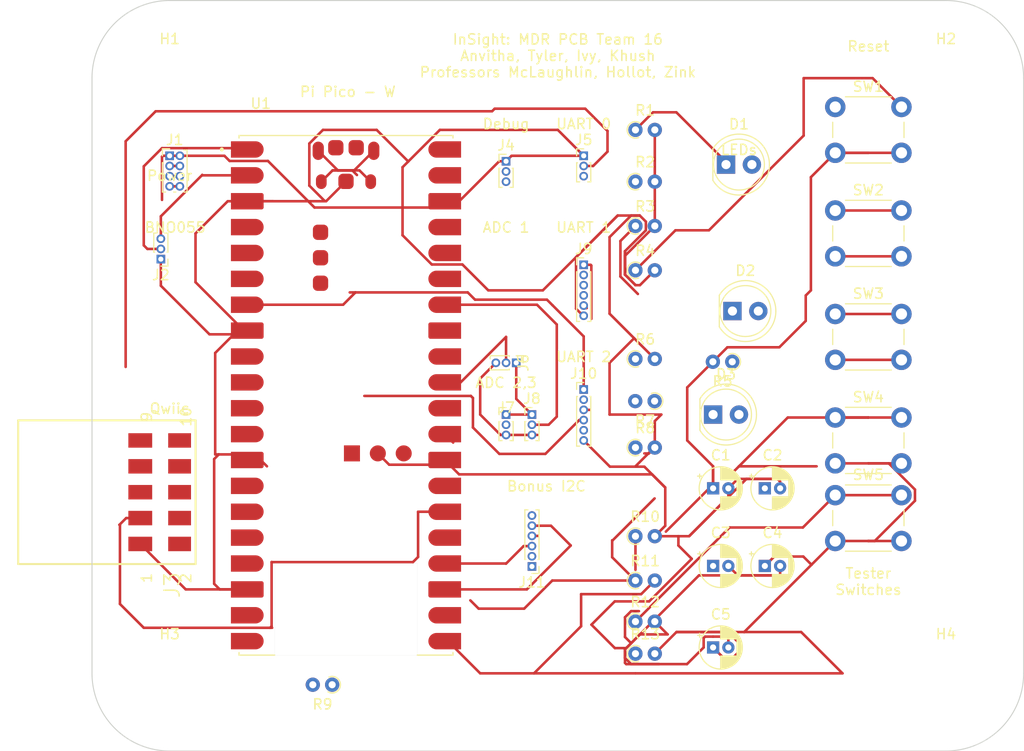
<source format=kicad_pcb>
(kicad_pcb (version 20221018) (generator pcbnew)
  (layers (0 "F.Cu" signal) (31 "B.Cu" signal) (34 "B.Paste" user) (35 "F.Paste" user) (36 "B.SilkS" user "B.Silkscreen") (37 "F.SilkS" user "F.Silkscreen") (38 "B.Mask" user) (39 "F.Mask" user) (44 "Edge.Cuts" user))
  (net 0 "")
  (net 1 "/RST")
  (net 2 "GND")
  (net 3 "/SW0")
  (net 4 "/SW1")
  (net 5 "/SW2")
  (net 6 "Net-(D1-K)")
  (net 7 "+3.3V")
  (net 8 "Net-(D2-K)")
  (net 9 "/LED0")
  (net 10 "Net-(D3-K)")
  (net 11 "/LED1")
  (net 12 "VBUS")
  (net 13 "+5V")
  (net 14 "/GP0_UART0_TX")
  (net 15 "/GP1_UART0_RX")
  (net 16 "/I2C0_SDA")
  (net 17 "/I2C0_SCL")
  (net 18 "/SWCLK")
  (net 19 "/SWDIO")
  (net 20 "/GP8_UART1_TX")
  (net 21 "/GP9_UART1_RX")
  (net 22 "VDDA")
  (net 23 "/GP26_ADC0")
  (net 24 "GNDA")
  (net 25 "/GP27_ADC1")
  (net 26 "/GP28_ADC2")
  (net 27 "/SPI1_CS")
  (net 28 "/SPI1_SCK")
  (net 29 "/SPI1_MOSI")
  (net 30 "/SPI1_MISO")
  (net 31 "/SPI0_CS")
  (net 32 "/SPI0_SCK")
  (net 33 "/SPI0_MOSI")
  (net 34 "/SPI0_MISO")
  (net 35 "/GP6_INT")
  (net 36 "/GP7_AD0")
  (net 37 "/I2C1_SDA")
  (net 38 "/I2C1_SCL")
  (net 39 "Net-(R4-Pad1)")
  (net 40 "+3V3")
  (net 41 "Net-(R6-Pad1)")
  (net 42 "Net-(R8-Pad1)")
  (net 43 "Net-(R10-Pad1)")
  (net 50 "unconnected-(U1-USB_SHIELD-PadA)")
  (net 51 "Net-(R12-Pad1)")
  (footprint "Button_Switch_THT:SW_PUSH_6mm" (layer "F.Cu") (at 98.35 68.87)
    (fp_text reference "SW5")
    (fp_text value "SW_Push")
  )
  (footprint "Resistor_THT:R_Axial_DIN0204_L3.6mm_D1.6mm_P1.90mm_Vertical" (layer "F.Cu") (at 78.74 46.8)
    (fp_text reference "R4")
    (fp_text value "100")
  )
  (footprint "Connector_PinHeader_1.00mm:PinHeader_1x03_P1.00mm_Vertical" (layer "F.Cu") (at 67.04 55.88 -90)
    (fp_text reference "J6")
    (fp_text value "Conn_01x03")
  )
  (footprint "Capacitor_THT:CP_Radial_D4.0mm_P1.50mm" (layer "F.Cu") (at 86.36 83.82)
    (fp_text reference "C5")
    (fp_text value "100nF")
  )
  (footprint "Capacitor_THT:CP_Radial_D4.0mm_P1.50mm" (layer "F.Cu") (at 91.44 75.82)
    (fp_text reference "C4")
    (fp_text value "100nF")
  )
  (footprint "Resistor_THT:R_Axial_DIN0204_L3.6mm_D1.6mm_P1.90mm_Vertical" (layer "F.Cu") (at 78.74 84.43)
    (fp_text reference "R13")
    (fp_text value "10k")
  )
  (footprint "Button_Switch_THT:SW_PUSH_6mm" (layer "F.Cu") (at 98.35 61.25)
    (fp_text reference "SW4")
    (fp_text value "SW_Push")
  )
  (footprint "Connector_PinHeader_1.00mm:PinHeader_1x06_P1.00mm_Vertical" (layer "F.Cu") (at 73.66 46.26)
    (fp_text reference "J9")
    (fp_text value "Conn_01x06")
  )
  (footprint "Capacitor_THT:CP_Radial_D4.0mm_P1.50mm" (layer "F.Cu") (at 86.36 75.82)
    (fp_text reference "C3")
    (fp_text value "100nF")
  )
  (footprint "Resistor_THT:R_Axial_DIN0204_L3.6mm_D1.6mm_P1.90mm_Vertical" (layer "F.Cu") (at 78.74 64.2)
    (fp_text reference "R8")
    (fp_text value "100")
  )
  (footprint "SAMTEC-SMH-105-02-X-D:SAMTEC-SMH-105-02-X-D" (layer "F.Cu") (at 22.86 68.58 90)
    (fp_text reference "J3")
    (fp_text value "SM04B-SRSS-TB")
  )
  (footprint "Resistor_THT:R_Axial_DIN0204_L3.6mm_D1.6mm_P1.90mm_Vertical" (layer "F.Cu") (at 78.74 55.5)
    (fp_text reference "R6")
    (fp_text value "100")
  )
  (footprint "Button_Switch_THT:SW_PUSH_6mm" (layer "F.Cu") (at 98.35 40.93)
    (fp_text reference "SW2")
    (fp_text value "SW_Push")
  )
  (footprint "Resistor_THT:R_Axial_DIN0204_L3.6mm_D1.6mm_P1.90mm_Vertical" (layer "F.Cu") (at 78.74 81.28)
    (fp_text reference "R12")
    (fp_text value "100")
  )
  (footprint "Button_Switch_THT:SW_PUSH_6mm" (layer "F.Cu") (at 98.35 30.77)
    (fp_text reference "SW1")
    (fp_text value "SW_Push")
  )
  (footprint "Connector_PinHeader_1.00mm:PinHeader_1x06_P1.00mm_Vertical" (layer "F.Cu") (at 73.66 58.5)
    (fp_text reference "J10")
    (fp_text value "Conn_01x06")
  )
  (footprint "Button_Switch_THT:SW_PUSH_6mm" (layer "F.Cu") (at 98.35 51.09)
    (fp_text reference "SW3")
    (fp_text value "SW_Push")
  )
  (footprint "Connector_PinHeader_1.00mm:PinHeader_1x03_P1.00mm_Vertical" (layer "F.Cu") (at 68.58 60.96)
    (fp_text reference "J8")
    (fp_text value "Conn_01x03")
  )
  (footprint "Connector_PinHeader_1.00mm:PinHeader_1x03_P1.00mm_Vertical" (layer "F.Cu") (at 66.04 60.96)
    (fp_text reference "J7")
    (fp_text value "Conn_01x03")
  )
  (footprint "MountingHole:MountingHole_3.2mm_M3_ISO7380" (layer "F.Cu") (at 33.02 86.36)
    (fp_text reference "H3")
    (fp_text value "MountingHole")
  )
  (footprint "Resistor_THT:R_Axial_DIN0204_L3.6mm_D1.6mm_P1.90mm_Vertical" (layer "F.Cu") (at 80.6196 59.6392 180)
    (fp_text reference "R7")
    (fp_text value "10k")
  )
  (footprint "Capacitor_THT:CP_Radial_D4.0mm_P1.50mm" (layer "F.Cu") (at 91.44 68.2)
    (fp_text reference "C2")
    (fp_text value "100nF")
  )
  (footprint "Resistor_THT:R_Axial_DIN0204_L3.6mm_D1.6mm_P1.90mm_Vertical" (layer "F.Cu") (at 78.74 72.9)
    (fp_text reference "R10")
    (fp_text value "100")
  )
  (footprint "LED_THT:LED_D5.0mm" (layer "F.Cu") (at 88.26 50.8)
    (fp_text reference "D2")
    (fp_text value "LED")
  )
  (footprint "LED_THT:LED_D5.0mm" (layer "F.Cu") (at 87.63 36.4236)
    (fp_text reference "D1")
    (fp_text value "LED")
  )
  (footprint "Connector_PinHeader_1.00mm:PinHeader_2x04_P1.00mm_Vertical" (layer "F.Cu") (at 33.02 35.56)
    (fp_text reference "J1")
    (fp_text value "Conn_02x04_Odd_Even")
  )
  (footprint "MountingHole:MountingHole_3.2mm_M3_ISO7380" (layer "F.Cu") (at 109.22 27.94)
    (fp_text reference "H2")
    (fp_text value "MountingHole")
  )
  (footprint "Connector_PinHeader_1.00mm:PinHeader_1x06_P1.00mm_Vertical" (layer "F.Cu") (at 68.58 75.87 180)
    (fp_text reference "J11")
    (fp_text value "Conn_01x06")
  )
  (footprint "Capacitor_THT:CP_Radial_D4.0mm_P1.50mm" (layer "F.Cu") (at 86.36 68.2)
    (fp_text reference "C1")
    (fp_text value "100nF")
  )
  (footprint "Connector_PinHeader_1.00mm:PinHeader_1x03_P1.00mm_Vertical" (layer "F.Cu") (at 73.66 35.56)
    (fp_text reference "J5")
    (fp_text value "Conn_01x03")
  )
  (footprint "LED_THT:LED_D5.0mm" (layer "F.Cu") (at 86.36 60.96)
    (fp_text reference "D3")
    (fp_text value "LED")
  )
  (footprint "Resistor_THT:R_Axial_DIN0204_L3.6mm_D1.6mm_P1.90mm_Vertical" (layer "F.Cu") (at 88.2396 55.7784 180)
    (fp_text reference "R5")
    (fp_text value "10k")
  )
  (footprint "Resistor_THT:R_Axial_DIN0204_L3.6mm_D1.6mm_P1.90mm_Vertical" (layer "F.Cu") (at 78.74 33.02)
    (fp_text reference "R1")
    (fp_text value "330")
  )
  (footprint "Resistor_THT:R_Axial_DIN0204_L3.6mm_D1.6mm_P1.90mm_Vertical" (layer "F.Cu") (at 78.74 38.1)
    (fp_text reference "R2")
    (fp_text value "330")
  )
  (footprint "Connector_PinHeader_1.00mm:PinHeader_1x03_P1.00mm_Vertical" (layer "F.Cu") (at 66.04 36.1)
    (fp_text reference "J4")
    (fp_text value "Conn_01x03")
  )
  (footprint "Resistor_THT:R_Axial_DIN0204_L3.6mm_D1.6mm_P1.90mm_Vertical" (layer "F.Cu") (at 48.9712 87.4776 180)
    (fp_text reference "R9")
    (fp_text value "10k")
  )
  (footprint "Connector_PinHeader_1.00mm:PinHeader_1x03_P1.00mm_Vertical" (layer "F.Cu") (at 32.1564 45.704 180)
    (fp_text reference "J2")
    (fp_text value "Conn_01x03")
  )
  (footprint "SC0918:MODULE_SC0918" (layer "F.Cu") (at 50.33 59.07)
    (fp_text reference "U1")
    (fp_text value "SC0918")
    (fp_line (start -7 16.5) (end 7 16.5) (stroke (width 0.01)) (layer "Edge.Cuts"))
    (fp_line (start -7 25.5) (end -7 16.5) (stroke (width 0.01)) (layer "Edge.Cuts"))
    (fp_line (start 7 16.5) (end 7 25.5) (stroke (width 0.01)) (layer "Edge.Cuts"))
    (fp_line (start 7 25.5) (end -7 25.5) (stroke (width 0.01)) (layer "Edge.Cuts"))
  )
  (footprint "Resistor_THT:R_Axial_DIN0204_L3.6mm_D1.6mm_P1.90mm_Vertical" (layer "F.Cu") (at 78.74 77.25)
    (fp_text reference "R11")
    (fp_text value "10k")
  )
  (footprint "MountingHole:MountingHole_3.2mm_M3_ISO7380" (layer "F.Cu") (at 33.02 27.94)
    (fp_text reference "H1")
    (fp_text value "MountingHole")
  )
  (footprint "Resistor_THT:R_Axial_DIN0204_L3.6mm_D1.6mm_P1.90mm_Vertical" (layer "F.Cu") (at 78.74 42.45)
    (fp_text reference "R3")
    (fp_text value "330")
  )
  (footprint "MountingHole:MountingHole_3.2mm_M3_ISO7380" (layer "F.Cu") (at 109.22 86.36)
    (fp_text reference "H4")
    (fp_text value "MountingHole")
  )
  (gr_line (start 33.02 93.98) (end 109.22 93.98) (stroke (width 0.1)) (layer "Edge.Cuts"))
  (gr_line (start 33.02 20.32) (end 109.22 20.32) (stroke (width 0.1)) (layer "Edge.Cuts"))
  (gr_arc (start 25.4 27.94) (mid 27.631846 22.551846) (end 33.02 20.32) (stroke (width 0.1)) (layer "Edge.Cuts"))
  (gr_line (start 25.4 27.94) (end 25.4 86.36) (stroke (width 0.1)) (layer "Edge.Cuts"))
  (gr_arc (start 109.22 20.32) (mid 114.608154 22.551846) (end 116.84 27.94) (stroke (width 0.1)) (layer "Edge.Cuts"))
  (gr_arc (start 116.84 86.36) (mid 114.608154 91.748154) (end 109.22 93.98) (stroke (width 0.1)) (layer "Edge.Cuts"))
  (gr_line (start 116.84 27.94) (end 116.84 86.36) (stroke (width 0.1)) (layer "Edge.Cuts"))
  (gr_arc (start 33.02 93.98) (mid 27.631846 91.748154) (end 25.4 86.36) (stroke (width 0.1)) (layer "Edge.Cuts"))
  (gr_text "Bonus I2C" (at 66.04 68.58) (layer "F.SilkS") (effects (font (size 1 1)) (justify left bottom)))
  (gr_text "Pi Pico - W" (at 45.72 29.86) (layer "F.SilkS") (effects (font (size 1 1)) (justify left bottom)))
  (gr_text "BNO055" (at 30.48 43.18) (layer "F.SilkS") (effects (font (size 1 1)) (justify left bottom)))
  (gr_text "LEDs" (at 88.9 35.56) (layer "F.SilkS") (effects (font (size 1 1)) (justify bottom)))
  (gr_text "Qwiic" (at 33.02 60.96) (layer "F.SilkS") (effects (font (size 1 1)) (justify bottom)))
  (gr_text "InSight: MDR PCB Team 16\nAnvitha, Tyler, Ivy, Khush\nProfessors McLaughlin, Hollot, Zink" (at 71.12 27.94) (layer "F.SilkS") (effects (font (size 1 1)) (justify bottom)))
  (gr_text "Debug" (at 66.04 33.02) (layer "F.SilkS") (effects (font (size 1 1)) (justify bottom)))
  (gr_text "UART 1" (at 73.66 43.18) (layer "F.SilkS") (effects (font (size 1 1)) (justify bottom)))
  (gr_text "ADC 1" (at 66.04 43.18) (layer "F.SilkS") (effects (font (size 1 1)) (justify bottom)))
  (gr_text "Tester\nSwitches" (at 101.6 78.74) (layer "F.SilkS") (effects (font (size 1 1)) (justify bottom)))
  (gr_text "Power" (at 33.02 38.1) (layer "F.SilkS") (effects (font (size 1 1)) (justify bottom)))
  (gr_text "UART 2" (at 73.66 55.88) (layer "F.SilkS") (effects (font (size 1 1)) (justify bottom)))
  (gr_text "ADC 2,3" (at 66.04 58.42) (layer "F.SilkS") (effects (font (size 1 1)) (justify bottom)))
  (gr_text "Reset" (at 101.6 25.4) (layer "F.SilkS") (effects (font (size 1 1)) (justify bottom)))
  (gr_text "UART 0" (at 73.66 33.02) (layer "F.SilkS") (effects (font (size 1 1)) (justify bottom)))
  (segment (start 86.36 68.2) (end 86.36 66.04) (width 0.25) (layer "F.Cu") (net 1))
  (segment (start 87.762 54.356) (end 92.8624 54.356) (width 0.25) (layer "F.Cu") (net 1))
  (segment (start 101.6 35.27) (end 99.35 35.27) (width 0.25) (layer "F.Cu") (net 1))
  (segment (start 104.85 35.27) (end 101.6 35.27) (width 0.25) (layer "F.Cu") (net 1))
  (segment (start 95.4532 49.276) (end 95.4532 51.7652) (width 0.25) (layer "F.Cu") (net 1))
  (segment (start 86.36 66.04) (end 83.82 63.5) (width 0.25) (layer "F.Cu") (net 1))
  (segment (start 101.6 35.27) (end 98.35 35.27) (width 0.25) (layer "F.Cu") (net 1))
  (segment (start 86.36 66.04) (end 86.36 67.816396) (width 0.25) (layer "F.Cu") (net 1))
  (segment (start 92.8624 54.356) (end 95.4532 51.7652) (width 0.25) (layer "F.Cu") (net 1))
  (segment (start 95.9612 37.6588) (end 98.35 35.27) (width 0.25) (layer "F.Cu") (net 1))
  (segment (start 83.82 63.5) (end 83.82 58.298) (width 0.25) (layer "F.Cu") (net 1))
  (segment (start 86.36 67.816396) (end 81.726396 72.45) (width 0.25) (layer "F.Cu") (net 1))
  (segment (start 95.9612 48.768) (end 95.9612 37.6588) (width 0.25) (layer "F.Cu") (net 1))
  (segment (start 60.34669 60.34) (end 60.02 60.34) (width 0.25) (layer "F.Cu") (net 1))
  (segment (start 95.9612 48.768) (end 95.4532 49.276) (width 0.25) (layer "F.Cu") (net 1))
  (segment (start 86.3396 55.7784) (end 87.762 54.356) (width 0.25) (layer "F.Cu") (net 1))
  (segment (start 83.82 58.298) (end 86.3396 55.7784) (width 0.25) (layer "F.Cu") (net 1))
  (segment (start 84.975431 76.745) (end 92.863528 76.745) (width 0.25) (layer "F.Cu") (net 2))
  (segment (start 84.263802 75.119802) (end 82.9564 73.8124) (width 0.25) (layer "F.Cu") (net 2))
  (segment (start 33.02 35.56) (end 32.345 35.56) (width 0.25) (layer "F.Cu") (net 2))
  (segment (start 73.599339 51.26) (end 73.66 51.26) (width 0.25) (layer "F.Cu") (net 2))
  (segment (start 60.02 78.12) (end 68.0824 78.12) (width 0.25) (layer "F.Cu") (net 2))
  (segment (start 48.26 40.02) (end 46.73 38.49) (width 0.25) (layer "F.Cu") (net 2))
  (segment (start 61.75669 46.23) (end 58.750433 46.23) (width 0.25) (layer "F.Cu") (net 2))
  (segment (start 80.64 33.02) (end 80.64 38.1) (width 0.25) (layer "F.Cu") (net 2))
  (segment (start 39.1668 53.2384) (end 37.4904 54.9148) (width 0.25) (layer "F.Cu") (net 2))
  (segment (start 80.065 64.775) (end 79.614569 64.775) (width 0.25) (layer "F.Cu") (net 2))
  (segment (start 78.745216 48.254784) (end 78.750431 48.26) (width 0.25) (layer "F.Cu") (net 2))
  (segment (start 64.29669 48.77) (end 61.75669 46.23) (width 0.25) (layer "F.Cu") (net 2))
  (segment (start 78.315431 41.425) (end 76.2 43.540431) (width 0.25) (layer "F.Cu") (net 2))
  (segment (start 59.5576 65.8824) (end 54.5665 65.8824) (width 0.25) (layer "F.Cu") (net 2))
  (segment (start 92.863528 76.745) (end 92.94 76.668528) (width 0.25) (layer "F.Cu") (net 2))
  (segment (start 36.9316 53.086) (end 40.274 53.086) (width 0.25) (layer "F.Cu") (net 2))
  (segment (start 37.3888 77.5716) (end 37.3888 65.3288) (width 0.25) (layer "F.Cu") (net 2))
  (segment (start 48.067563 33.02) (end 53.34 33.02) (width 0.25) (layer "F.Cu") (net 2))
  (segment (start 40.64 78.12) (end 37.9372 78.12) (width 0.25) (layer "F.Cu") (net 2))
  (segment (start 71.12 33.02) (end 73.66 35.56) (width 0.25) (layer "F.Cu") (net 2))
  (segment (start 46.73 34.357563) (end 48.067563 33.02) (width 0.25) (layer "F.Cu") (net 2))
  (segment (start 78.61 53.47) (end 80.64 55.5) (width 0.25) (layer "F.Cu") (net 2))
  (segment (start 81.896802 82.536802) (end 79.183629 82.536802) (width 0.25) (layer "F.Cu") (net 2))
  (segment (start 34.02 35.56) (end 38.39331 35.56) (width 0.25) (layer "F.Cu") (net 2))
  (segment (start 61.445 40.02) (end 60.02 40.02) (width 0.25) (layer "F.Cu") (net 2))
  (segment (start 76.235 66.075) (end 73.66 63.5) (width 0.25) (layer "F.Cu") (net 2))
  (segment (start 38.39331 35.56) (end 38.90331 36.07) (width 0.25) (layer "F.Cu") (net 2))
  (segment (start 92.94 76.668528) (end 92.94 75.82) (width 0.25) (layer "F.Cu") (net 2))
  (segment (start 81.064569 85.455) (end 78.315431 85.455) (width 0.25) (layer "F.Cu") (net 2))
  (segment (start 81.665 68.125431) (end 79.614569 66.075) (width 0.25) (layer "F.Cu") (net 2))
  (segment (start 76.995 41.425) (end 69.65 48.77) (width 0.25) (layer "F.Cu") (net 2))
  (segment (start 35.56 47.96669) (end 35.56 43.18) (width 0.25) (layer "F.Cu") (net 2))
  (segment (start 80.64 61.6) (end 81.28 60.96) (width 0.25) (layer "F.Cu") (net 2))
  (segment (start 80.084804 79.2988) (end 84.263802 75.119802) (width 0.25) (layer "F.Cu") (net 2))
  (segment (start 37.4904 64.8716) (end 37.846 64.8716) (width 0.25) (layer "F.Cu") (net 2))
  (segment (start 81.665 71.875) (end 81.665 68.125431) (width 0.25) (layer "F.Cu") (net 2))
  (segment (start 43.18 40.02) (end 40.64 40.02) (width 0.25) (layer "F.Cu") (net 2))
  (segment (start 87.86 83.82) (end 87.86 82.971472) (width 0.25) (layer "F.Cu") (net 2))
  (segment (start 66.58 35.56) (end 66.04 36.1) (width 0.25) (layer "F.Cu") (net 2))
  (segment (start 40.0916 64.8716) (end 40.64 65.42) (width 0.25) (layer "F.Cu") (net 2))
  (segment (start 56.440216 36.120216) (end 59.540432 33.02) (width 0.25) (layer "F.Cu") (net 2))
  (segment (start 81.665 68.125431) (end 80.369569 66.83) (width 0.25) (layer "F.Cu") (net 2))
  (segment (start 80.64 42.45) (end 77.715 45.375) (width 0.25) (layer "F.Cu") (net 2))
  (segment (start 55.88 36.680432) (end 56.440216 36.120216) (width 0.25) (layer "F.Cu") (net 2))
  (segment (start 40.64 52.72) (end 40.1216 53.2384) (width 0.25) (layer "F.Cu") (net 2))
  (segment (start 92.863528 76.745) (end 88.785 76.745) (width 0.25) (layer "F.Cu") (net 2))
  (segment (start 76.2 51.06) (end 78.61 53.47) (width 0.25) (layer "F.Cu") (net 2))
  (segment (start 79.614569 66.075) (end 76.235 66.075) (width 0.25) (layer "F.Cu") (net 2))
  (segment (start 79.084569 80.255) (end 78.315431 80.255) (width 0.25) (layer "F.Cu") (net 2))
  (segment (start 32.1564 45.704) (end 32.1564 48.3108) (width 0.25) (layer "F.Cu") (net 2))
  (segment (start 77.715 85.335) (end 77.835 85.455) (width 0.25) (layer "F.Cu") (net 2))
  (segment (start 73.66 35.56) (end 66.58 35.56) (width 0.25) (layer "F.Cu") (net 2))
  (segment (start 80.64 64.2) (end 80.64 61.6) (width 0.25) (layer "F.Cu") (net 2))
  (segment (start 92.94 67.54) (end 92.94 68.2) (width 0.25) (layer "F.Cu") (net 2))
  (segment (start 40.31331 52.72) (end 36.976655 49.383345) (width 0.25) (layer "F.Cu") (net 2))
  (segment (start 77.715 82.795) (end 78.320215 83.400215) (width 0.25) (layer "F.Cu") (net 2))
  (segment (start 82.9564 72.9) (end 80.64 72.9) (width 0.25) (layer "F.Cu") (net 2))
  (segment (start 60.02 65.42) (end 59.5576 65.8824) (width 0.25) (layer "F.Cu") (net 2))
  (segment (start 77.837616 83.882816) (end 76.720016 83.882816) (width 0.25) (layer "F.Cu") (net 2))
  (segment (start 77.715 44.924569) (end 79.765 42.874569) (width 0.25) (layer "F.Cu") (net 2))
  (segment (start 33.02 35.56) (end 34.02 35.56) (width 0.25) (layer "F.Cu") (net 2))
  (segment (start 79.164569 41.425) (end 78.315431 41.425) (width 0.25) (layer "F.Cu") (net 2))
  (segment (start 79.18 48.26) (end 80.64 46.8) (width 0.25) (layer "F.Cu") (net 2))
  (segment (start 78.750431 48.26) (end 79.18 48.26) (width 0.25) (layer "F.Cu") (net 2))
  (segment (start 53.34 33.02) (end 56.440216 36.120216) (width 0.25) (layer "F.Cu") (net 2))
  (segment (start 78.315431 80.255) (end 77.715 80.855431) (width 0.25) (layer "F.Cu") (net 2))
  (segment (start 42.5704 66.04) (end 41.9504 65.42) (width 0.25) (layer "F.Cu") (net 2))
  (segment (start 76.2 60.96) (end 76.2 55.88) (width 0.25) (layer "F.Cu") (net 2))
  (segment (start 37.4904 54.9148) (end 37.4904 64.8716) (width 0.25) (layer "F.Cu") (net 2))
  (segment (start 87.86 69.048528) (end 84.008528 72.9) (width 0.25) (layer "F.Cu") (net 2))
  (segment (start 87.643528 82.755) (end 86.36 82.755) (width 0.25) (layer "F.Cu") (net 2))
  (segment (start 32.1564 48.3108) (end 36.9316 53.086) (width 0.25) (layer "F.Cu") (net 2))
  (segment (start 78.320215 83.400215) (end 77.715 84.005431) (width 0.25) (layer "F.Cu") (net 2))
  (segment (start 88.785 67.275) (end 92.675 67.275) (width 0.25) (layer "F.Cu") (net 2))
  (segment (start 54.5665 65.8824) (end 53.4541 64.77) (width 0.25) (layer "F.Cu") (net 2))
  (segment (start 84.008528 72.9) (end 89.633528 67.275) (width 0.25) (layer "F.Cu") (net 2))
  (segment (start 79.183629 82.536802) (end 78.320215 83.400215) (width 0.25) (layer "F.Cu") (net 2))
  (segment (start 74.422 81.5848) (end 76.708 79.2988) (width 0.25) (layer "F.Cu") (net 2))
  (segment (start 42.67 36.07) (end 47.24 40.64) (width 0.25) (layer "F.Cu") (net 2))
  (segment (start 78.315431 85.455) (end 77.715 84.854569) (width 0.25) (layer "F.Cu") (net 2))
  (segment (start 36.976655 49.383345) (end 35.56 47.96669) (width 0.25) (layer "F.Cu") (net 2))
  (segment (start 80.64 38.1) (end 80.64 42.45) (width 0.25) (layer "F.Cu") (net 2))
  (segment (start 77.715 80.855431) (end 77.715 82.795) (width 0.25) (layer "F.Cu") (net 2))
  (segment (start 30.137 73.66) (end 32.8485 76.3715) (width 0.25) (layer "F.Cu") (net 2))
  (segment (start 66.04 36.1) (end 65.365 36.1) (width 0.25) (layer "F.Cu") (net 2))
  (segment (start 79.164569 41.425) (end 76.995 41.425) (width 0.25) (layer "F.Cu") (net 2))
  (segment (start 77.835 85.455) (end 83.8 85.455) (width 0.25) (layer "F.Cu") (net 2))
  (segment (start 72.91 50.570661) (end 73.599339 51.26) (width 0.25) (layer "F.Cu") (net 2))
  (segment (start 69.65 48.77) (end 64.29669 48.77) (width 0.25) (layer "F.Cu") (net 2))
  (segment (start 70.4476 71.87) (end 68.58 71.87) (width 0.25) (layer "F.Cu") (net 2))
  (segment (start 77.715 84.005431) (end 77.715 85.335) (width 0.25) (layer "F.Cu") (net 2))
  (segment (start 58.750433 46.23) (end 55.88 43.359567) (width 0.25) (layer "F.Cu") (net 2))
  (segment (start 61.43 66.83) (end 60.02 65.42) (width 0.25) (layer "F.Cu") (net 2))
  (segment (start 80.58 64.2) (end 78.74 66.04) (width 0.25) (layer "F.Cu") (net 2))
  (segment (start 37.9372 78.12) (end 37.3888 77.5716) (width 0.25) (layer "F.Cu") (net 2))
  (segment (start 76.2 55.88) (end 78.61 53.47) (width 0.25) (layer "F.Cu") (net 2))
  (segment (start 48.38 40.02) (end 48.26 40.02) (width 0.25) (layer "F.Cu") (net 2))
  (segment (start 40.64 52.72) (end 40.31331 52.72) (width 0.25) (layer "F.Cu") (net 2))
  (segment (start 76.2 43.540431) (end 76.2 51.06) (width 0.25) (layer "F.Cu") (net 2))
  (segment (start 68.0824 78.12) (end 72.39 73.8124) (width 0.25) (layer "F.Cu") (net 2))
  (segment (start 65.365 36.1) (end 61.445 40.02) (width 0.25) (layer "F.Cu") (net 2))
  (segment (start 85.435 83.82) (end 85.435 82.895) (width 0.25) (layer "F.Cu") (net 2))
  (segment (start 55.88 43.359567) (end 55.88 36.680432) (width 0.25) (layer "F.Cu") (net 2))
  (segment (start 78.745216 48.254784) (end 77.715 47.224568) (width 0.25) (layer "F.Cu") (net 2))
  (segment (start 87.86 82.971472) (end 87.643528 82.755) (width 0.25) (layer "F.Cu") (net 2))
  (segment (start 84.008528 72.9) (end 82.9564 72.9) (width 0.25) (layer "F.Cu") (net 2))
  (segment (start 80.64 64.2) (end 80.065 64.775) (width 0.25) (layer "F.Cu") (net 2))
  (segment (start 76.995 41.425) (end 72.91 45.51) (width 0.25) (layer "F.Cu") (net 2))
  (segment (start 47.24 40.64) (end 60.96 40.64) (width 0.25) (layer "F.Cu") (net 2))
  (segment (start 88.785 76.745) (end 87.86 75.82) (width 0.25) (layer "F.Cu") (net 2))
  (segment (start 77.715 47.224569) (end 78.745216 48.254784) (width 0.25) (layer "F.Cu") (net 2))
  (segment (start 81.28 60.96) (end 76.2 60.96) (width 0.25) (layer "F.Cu") (net 2))
  (segment (start 72.91 45.51) (end 72.91 50.570661) (width 0.25) (layer "F.Cu") (net 2))
  (segment (start 48.26 40.02) (end 43.18 40.02) (width 0.25) (layer "F.Cu") (net 2))
  (segment (start 40.274 53.086) (end 40.64 52.72) (width 0.25) (layer "F.Cu") (net 2))
  (segment (start 59.540432 33.02) (end 71.12 33.02) (width 0.25) (layer "F.Cu") (net 2))
  (segment (start 38.90331 36.07) (end 42.67 36.07) (width 0.25) (layer "F.Cu") (net 2))
  (segment (start 80.64 81.28) (end 81.896802 82.536802) (width 0.25) (layer "F.Cu") (net 2))
  (segment (start 77.715 84.854569) (end 77.715 84.005431) (width 0.25) (layer "F.Cu") (net 2))
  (segment (start 80.64 72.9) (end 81.665 71.875) (width 0.25) (layer "F.Cu") (net 2))
  (segment (start 85.435 82.895) (end 85.575 82.755) (width 0.25) (layer "F.Cu") (net 2))
  (segment (start 43.18 40.02) (end 38.72 40.02) (width 0.25) (layer "F.Cu") (net 2))
  (segment (start 32.27 35.635) (end 32.27 39.89) (width 0.25) (layer "F.Cu") (net 2))
  (segment (start 46.73 38.49) (end 46.73 34.357563) (width 0.25) (layer "F.Cu") (net 2))
  (segment (start 77.837616 83.882816) (end 84.975431 76.745) (width 0.25) (layer "F.Cu") (net 2))
  (segment (start 85.575 82.755) (end 86.36 82.755) (width 0.25) (layer "F.Cu") (net 2))
  (segment (start 37.3888 65.3288) (end 37.846 64.8716) (width 0.25) (layer "F.Cu") (net 2))
  (segment (start 40.1216 53.2384) (end 39.1668 53.2384) (width 0.25) (layer "F.Cu") (net 2))
  (segment (start 80.369569 66.83) (end 61.43 66.83) (width 0.25) (layer "F.Cu") (net 2))
  (segment (start 87.86 68.2) (end 87.86 69.048528) (width 0.25) (layer "F.Cu") (net 2))
  (segment (start 76.708 79.2988) (end 80.084804 79.2988) (width 0.25) (layer "F.Cu") (net 2))
  (segment (start 40.31331 65.42) (end 40.64 65.42) (width 0.25) (layer "F.Cu") (net 2))
  (segment (start 38.72 40.02) (end 35.56 43.18) (width 0.25) (layer "F.Cu") (net 2))
  (segment (start 50.33 38.07) (end 48.38 40.02) (width 0.25) (layer "F.Cu") (net 2))
  (segment (start 37.846 64.8716) (end 40.0916 64.8716) (width 0.25) (layer "F.Cu") (net 2))
  (segment (start 76.720016 83.882816) (end 74.422 81.5848) (width 0.25) (layer "F.Cu") (net 2))
  (segment (start 87.86 68.2) (end 88.785 67.275) (width 0.25) (layer "F.Cu") (net 2))
  (segment (start 32.345 35.56) (end 32.27 35.635) (width 0.25) (layer "F.Cu") (net 2))
  (segment (start 79.765 42.025431) (end 79.164569 41.425) (width 0.25) (layer "F.Cu") (net 2))
  (segment (start 34.597 78.12) (end 40.64 78.12) (width 0.25) (layer "F.Cu") (net 2))
  (segment (start 89.633528 67.275) (end 92.365 67.275) (width 0.25) (layer "F.Cu") (net 2))
  (segment (start 41.9504 65.42) (end 40.64 65.42) (width 0.25) (layer "F.Cu") (net 2))
  (segment (start 77.715 47.224569) (end 77.715 44.924569) (width 0.25) (layer "F.Cu") (net 2))
  (segment (start 79.765 42.874569) (end 79.765 42.025431) (width 0.25) (layer "F.Cu") (net 2))
  (segment (start 80.64 64.2) (end 80.58 64.2) (width 0.25) (layer "F.Cu") (net 2))
  (segment (start 32.8485 76.3715) (end 34.597 78.12) (width 0.25) (layer "F.Cu") (net 2))
  (segment (start 83.8 85.455) (end 85.435 83.82) (width 0.25) (layer "F.Cu") (net 2))
  (segment (start 72.39 73.8124) (end 70.4476 71.87) (width 0.25) (layer "F.Cu") (net 2))
  (segment (start 77.715 45.375) (end 77.715 47.224569) (width 0.25) (layer "F.Cu") (net 2))
  (segment (start 92.675 67.275) (end 92.94 67.54) (width 0.25) (layer "F.Cu") (net 2))
  (segment (start 77.715 84.005431) (end 77.837616 83.882816) (width 0.25) (layer "F.Cu") (net 2))
  (segment (start 77.715 47.224568) (end 77.715 44.924569) (width 0.25) (layer "F.Cu") (net 2))
  (segment (start 82.9564 73.8124) (end 82.9564 72.9) (width 0.25) (layer "F.Cu") (net 2))
  (segment (start 91.82 68.2) (end 91.915 68.105) (width 0.25) (layer "F.Cu") (net 3))
  (segment (start 98.35 45.43) (end 104.85 45.43) (width 0.25) (layer "F.Cu") (net 3))
  (segment (start 91.915 68.105) (end 91.915 67.725) (width 0.25) (layer "F.Cu") (net 3))
  (segment (start 91.44 68.2) (end 91.82 68.2) (width 0.25) (layer "F.Cu") (net 3))
  (segment (start 98.35 55.59) (end 104.85 55.59) (width 0.25) (layer "F.Cu") (net 4))
  (segment (start 47.0712 87.4776) (end 46.482 87.4776) (width 0.25) (layer "F.Cu") (net 4))
  (segment (start 78.74 86.36) (end 68.7832 86.36) (width 0.25) (layer "F.Cu") (net 5))
  (segment (start 95.215 74.895) (end 96.02 75.7) (width 0.25) (layer "F.Cu") (net 5))
  (segment (start 82.765 82.305) (end 80.64 84.43) (width 0.25) (layer "F.Cu") (net 5))
  (segment (start 63.5 86.36) (end 60.96 83.82) (width 0.25) (layer "F.Cu") (net 5))
  (segment (start 73.406 78.5876) (end 73.406 81.7372) (width 0.25) (layer "F.Cu") (net 5))
  (segment (start 87.285 84.745) (end 86.36 83.82) (width 0.25) (layer "F.Cu") (net 5))
  (segment (start 101.6 73.37) (end 104.85 73.37) (width 0.25) (layer "F.Cu") (net 5))
  (segment (start 88.785 83.82) (end 88.785 84.203148) (width 0.25) (layer "F.Cu") (net 5))
  (segment (start 88.389213 84.745) (end 87.285 84.745) (width 0.25) (layer "F.Cu") (net 5))
  (segment (start 78.74 86.36) (end 99.06 86.36) (width 0.25) (layer "F.Cu") (net 5))
  (segment (start 103.603833 65.75) (end 106.175 68.321167) (width 0.25) (layer "F.Cu") (net 5))
  (segment (start 96.02 75.7) (end 89.415 82.305) (width 0.25) (layer "F.Cu") (net 5))
  (segment (start 98.35 73.37) (end 96.02 75.7) (width 0.25) (layer "F.Cu") (net 5))
  (segment (start 88.9 84.234213) (end 88.389213 84.745) (width 0.25) (layer "F.Cu") (net 5))
  (segment (start 98.35 65.75) (end 101.6 65.75) (width 0.25) (layer "F.Cu") (net 5))
  (segment (start 89.415 82.305) (end 82.765 82.305) (width 0.25) (layer "F.Cu") (net 5))
  (segment (start 68.7832 86.36) (end 63.5 86.36) (width 0.25) (layer "F.Cu") (net 5))
  (segment (start 80.64 77.25) (end 79.3024 78.5876) (width 0.25) (layer "F.Cu") (net 5))
  (segment (start 73.406 81.7372) (end 68.7832 86.36) (width 0.25) (layer "F.Cu") (net 5))
  (segment (start 106.175 69.418833) (end 102.223833 73.37) (width 0.25) (layer "F.Cu") (net 5))
  (segment (start 88.785 83.82) (end 88.9 83.82) (width 0.25) (layer "F.Cu") (net 5))
  (segment (start 88.785 83.260076) (end 88.785 83.82) (width 0.25) (layer "F.Cu") (net 5))
  (segment (start 99.06 86.36) (end 95.005 82.305) (width 0.25) (layer "F.Cu") (net 5))
  (segment (start 95.005 82.305) (end 89.415 82.305) (width 0.25) (layer "F.Cu") (net 5))
  (segment (start 79.3024 78.5876) (end 73.406 78.5876) (width 0.25) (layer "F.Cu") (net 5))
  (segment (start 82.765 82.305) (end 87.829924 82.305) (width 0.25) (layer "F.Cu") (net 5))
  (segment (start 106.175 68.321167) (end 106.175 69.418833) (width 0.25) (layer "F.Cu") (net 5))
  (segment (start 101.6 65.75) (end 104.85 65.75) (width 0.25) (layer "F.Cu") (net 5))
  (segment (start 102.223833 73.37) (end 101.6 73.37) (width 0.25) (layer "F.Cu") (net 5))
  (segment (start 101.6 65.75) (end 103.603833 65.75) (width 0.25) (layer "F.Cu") (net 5))
  (segment (start 88.9 83.82) (end 88.9 84.234213) (width 0.25) (layer "F.Cu") (net 5))
  (segment (start 91.44 75.82) (end 92.365 74.895) (width 0.25) (layer "F.Cu") (net 5))
  (segment (start 87.829924 82.305) (end 88.785 83.260076) (width 0.25) (layer "F.Cu") (net 5))
  (segment (start 92.365 74.895) (end 95.215 74.895) (width 0.25) (layer "F.Cu") (net 5))
  (segment (start 98.35 73.37) (end 101.6 73.37) (width 0.25) (layer "F.Cu") (net 5))
  (segment (start 87.63 36.1696) (end 82.7532 31.2928) (width 0.25) (layer "F.Cu") (net 6))
  (segment (start 80.4672 31.2928) (end 78.74 33.02) (width 0.25) (layer "F.Cu") (net 6))
  (segment (start 82.7532 31.2928) (end 80.4672 31.2928) (width 0.25) (layer "F.Cu") (net 6))
  (segment (start 87.63 36.4236) (end 87.63 36.1696) (width 0.25) (layer "F.Cu") (net 6))
  (segment (start 33.02 38.56) (end 34.02 38.56) (width 0.25) (layer "F.Cu") (net 7))
  (segment (start 68.58 70.87) (end 68.58 71.12) (width 0.25) (layer "F.Cu") (net 7))
  (segment (start 78.74 42.45) (end 77.265 43.925) (width 0.25) (layer "F.Cu") (net 10))
  (segment (start 77.265 47.410965) (end 78.979035 49.125) (width 0.25) (layer "F.Cu") (net 10))
  (segment (start 77.265 43.925) (end 77.265 47.410965) (width 0.25) (layer "F.Cu") (net 10))
  (segment (start 60.02 62.88) (end 60.85 63.71) (width 0.25) (layer "F.Cu") (net 11))
  (segment (start 34.02 36.56) (end 33.02 36.56) (width 0.25) (layer "F.Cu") (net 12))
  (segment (start 73.485735 50.51) (end 73.96 50.51) (width 0.25) (layer "F.Cu") (net 13))
  (segment (start 33.27 37.56) (end 33.02 37.81) (width 0.25) (layer "F.Cu") (net 13))
  (segment (start 33.02 37.81) (end 33.02 37.56) (width 0.25) (layer "F.Cu") (net 13))
  (segment (start 73.485735 50.434265) (end 73.485735 50.51) (width 0.25) (layer "F.Cu") (net 13))
  (segment (start 73.66 50.26) (end 73.485735 50.434265) (width 0.25) (layer "F.Cu") (net 13))
  (segment (start 34.02 37.56) (end 33.27 37.56) (width 0.25) (layer "F.Cu") (net 13))
  (segment (start 30.48 36.6) (end 32.27 34.81) (width 0.25) (layer "F.Cu") (net 14))
  (segment (start 32.27 34.81) (end 40.51 34.81) (width 0.25) (layer "F.Cu") (net 14))
  (segment (start 40.51 34.81) (end 40.64 34.94) (width 0.25) (layer "F.Cu") (net 14))
  (segment (start 30.48 44.3484) (end 30.48 36.6) (width 0.25) (layer "F.Cu") (net 14))
  (segment (start 30.8356 44.704) (end 30.48 44.3484) (width 0.25) (layer "F.Cu") (net 14))
  (segment (start 32.1564 44.704) (end 30.8356 44.704) (width 0.25) (layer "F.Cu") (net 14))
  (segment (start 40.64 37.48) (end 36.2608 37.48) (width 0.25) (layer "F.Cu") (net 15))
  (segment (start 36.2204 37.4396) (end 32.1564 41.5036) (width 0.25) (layer "F.Cu") (net 15))
  (segment (start 36.2608 37.48) (end 36.2204 37.4396) (width 0.25) (layer "F.Cu") (net 15))
  (segment (start 32.1564 41.5036) (end 32.1564 43.704) (width 0.25) (layer "F.Cu") (net 15))
  (segment (start 43.0276 81.7372) (end 42.8752 81.8896) (width 0.25) (layer "F.Cu") (net 16))
  (segment (start 42.8752 81.8896) (end 43.0784 81.8896) (width 0.25) (layer "F.Cu") (net 16))
  (segment (start 43.0276 75.438) (end 43.0276 81.7372) (width 0.25) (layer "F.Cu") (net 16))
  (segment (start 28.0924 71.7804) (end 28.1432 71.8312) (width 0.25) (layer "F.Cu") (net 16))
  (segment (start 30.137 71.12) (end 28.7528 71.12) (width 0.25) (layer "F.Cu") (net 16))
  (segment (start 30.48 81.8896) (end 42.8752 81.8896) (width 0.25) (layer "F.Cu") (net 16))
  (segment (start 28.1432 79.5528) (end 30.48 81.8896) (width 0.25) (layer "F.Cu") (net 16))
  (segment (start 43.0346 75.445) (end 43.0276 75.438) (width 0.25) (layer "F.Cu") (net 16))
  (segment (start 57.404 74.937) (end 56.896 75.445) (width 0.25) (layer "F.Cu") (net 16))
  (segment (start 60.02 70.5) (end 57.404 70.5) (width 0.25) (layer "F.Cu") (net 16))
  (segment (start 28.7528 71.12) (end 28.0924 71.7804) (width 0.25) (layer "F.Cu") (net 16))
  (segment (start 28.1432 71.8312) (end 28.1432 79.5528) (width 0.25) (layer "F.Cu") (net 16))
  (segment (start 56.896 75.445) (end 43.0346 75.445) (width 0.25) (layer "F.Cu") (net 16))
  (segment (start 57.404 70.5) (end 57.404 74.937) (width 0.25) (layer "F.Cu") (net 16))
  (segment (start 28.702 56.2864) (end 28.702 34.1376) (width 0.25) (layer "F.Cu") (net 20))
  (segment (start 64.6684 31.1912) (end 64.9224 30.9372) (width 0.25) (layer "F.Cu") (net 20))
  (segment (start 75.9968 35.1536) (end 74.5904 36.56) (width 0.25) (layer "F.Cu") (net 20))
  (segment (start 31.6484 31.1912) (end 64.6684 31.1912) (width 0.25) (layer "F.Cu") (net 20))
  (segment (start 64.9224 30.9372) (end 73.8124 30.9372) (width 0.25) (layer "F.Cu") (net 20))
  (segment (start 73.8124 30.9372) (end 75.9968 33.1216) (width 0.25) (layer "F.Cu") (net 20))
  (segment (start 74.5904 36.56) (end 73.66 36.56) (width 0.25) (layer "F.Cu") (net 20))
  (segment (start 75.9968 33.1216) (end 75.9968 35.1536) (width 0.25) (layer "F.Cu") (net 20))
  (segment (start 28.702 34.1376) (end 31.6484 31.1912) (width 0.25) (layer "F.Cu") (net 20))
  (segment (start 67.04 59.42) (end 68.58 60.96) (width 0.25) (layer "F.Cu") (net 22))
  (segment (start 67.04 55.88) (end 67.04 59.42) (width 0.25) (layer "F.Cu") (net 22))
  (segment (start 66.04 60.96) (end 68.58 60.96) (width 0.25) (layer "F.Cu") (net 22))
  (segment (start 66.04 53.34) (end 60.96 58.42) (width 0.25) (layer "F.Cu") (net 23))
  (segment (start 66.04 55.88) (end 66.04 53.34) (width 0.25) (layer "F.Cu") (net 23))
  (segment (start 60.64 53.34) (end 60.02 52.72) (width 0.25) (layer "F.Cu") (net 24))
  (segment (start 69.12 62.96) (end 68.58 62.96) (width 0.25) (layer "F.Cu") (net 24))
  (segment (start 63.5 60.96) (end 65.5 62.96) (width 0.25) (layer "F.Cu") (net 24))
  (segment (start 66.04 62.96) (end 68.58 62.96) (width 0.25) (layer "F.Cu") (net 24))
  (segment (start 63.5 57.42) (end 63.5 60.96) (width 0.25) (layer "F.Cu") (net 24))
  (segment (start 65.5 62.96) (end 66.04 62.96) (width 0.25) (layer "F.Cu") (net 24))
  (segment (start 65.04 55.88) (end 63.5 57.42) (width 0.25) (layer "F.Cu") (net 24))
  (segment (start 60.64 55.88) (end 60.02 55.26) (width 0.25) (layer "F.Cu") (net 25))
  (segment (start 71.0184 61.1632) (end 70.2216 61.96) (width 0.25) (layer "F.Cu") (net 26))
  (segment (start 70.2216 61.96) (end 68.58 61.96) (width 0.25) (layer "F.Cu") (net 26))
  (segment (start 60.02 50.18) (end 69.0776 50.18) (width 0.25) (layer "F.Cu") (net 26))
  (segment (start 71.0184 52.1208) (end 71.0184 61.1632) (width 0.25) (layer "F.Cu") (net 26))
  (segment (start 69.0776 50.18) (end 71.0184 52.1208) (width 0.25) (layer "F.Cu") (net 26))
  (segment (start 73.66 46.26) (end 74.335 46.26) (width 0.25) (layer "F.Cu") (net 27))
  (segment (start 40.31331 75.58) (end 40.64 75.58) (width 0.25) (layer "F.Cu") (net 27))
  (segment (start 74.41 46.335) (end 74.41 51.570661) (width 0.25) (layer "F.Cu") (net 27))
  (segment (start 74.335 46.26) (end 74.41 46.335) (width 0.25) (layer "F.Cu") (net 27))
  (segment (start 73.66 48.26) (end 73.36 48.26) (width 0.25) (layer "F.Cu") (net 29))
  (segment (start 62.992 49.6824) (end 62.2808 48.9712) (width 0.25) (layer "F.Cu") (net 31))
  (segment (start 51.2572 48.9712) (end 50.0484 50.18) (width 0.25) (layer "F.Cu") (net 31))
  (segment (start 73.66 58.5) (end 73.66 53.2892) (width 0.25) (layer "F.Cu") (net 31))
  (segment (start 50.0484 50.18) (end 40.64 50.18) (width 0.25) (layer "F.Cu") (net 31))
  (segment (start 51.2572 48.9712) (end 50.6984 48.9712) (width 0.25) (layer "F.Cu") (net 31))
  (segment (start 62.2808 48.9712) (end 51.2572 48.9712) (width 0.25) (layer "F.Cu") (net 31))
  (segment (start 73.66 53.2892) (end 70.612 50.2412) (width 0.25) (layer "F.Cu") (net 31))
  (segment (start 70.0532 49.6824) (end 62.992 49.6824) (width 0.25) (layer "F.Cu") (net 31))
  (segment (start 70.612 50.2412) (end 70.0532 49.6824) (width 0.25) (layer "F.Cu") (net 31))
  (segment (start 73.66 60.5) (end 74.26104 60.5) (width 0.25) (layer "F.Cu") (net 33))
  (segment (start 73.2216 61.5) (end 73.66 61.5) (width 0.25) (layer "F.Cu") (net 34))
  (segment (start 65.3796 64.8208) (end 69.9008 64.8208) (width 0.25) (layer "F.Cu") (net 34))
  (segment (start 62.5856 59.1312) (end 62.7888 59.3344) (width 0.25) (layer "F.Cu") (net 34))
  (segment (start 62.7888 59.3344) (end 62.7888 62.23) (width 0.25) (layer "F.Cu") (net 34))
  (segment (start 52.1312 59.1312) (end 62.5856 59.1312) (width 0.25) (layer "F.Cu") (net 34))
  (segment (start 62.7888 62.23) (end 65.3796 64.8208) (width 0.25) (layer "F.Cu") (net 34))
  (segment (start 69.9008 64.8208) (end 73.2216 61.5) (width 0.25) (layer "F.Cu") (net 34))
  (segment (start 68.58 73.87) (end 67.7604 73.87) (width 0.25) (layer "F.Cu") (net 37))
  (segment (start 66.0296 75.58) (end 60.02 75.58) (width 0.25) (layer "F.Cu") (net 37))
  (segment (start 67.7604 73.87) (end 66.04 75.5904) (width 0.25) (layer "F.Cu") (net 37))
  (segment (start 60.64 76.2) (end 60.02 75.58) (width 0.25) (layer "F.Cu") (net 37))
  (segment (start 66.04 75.5904) (end 66.0296 75.58) (width 0.25) (layer "F.Cu") (net 37))
  (segment (start 68.58 72.87) (end 68.58 72.62) (width 0.25) (layer "F.Cu") (net 38))
  (segment (start 68.58 72.87) (end 69.18104 72.87) (width 0.25) (layer "F.Cu") (net 38))
  (segment (start 68.58 72.87) (end 68.41 73.04) (width 0.25) (layer "F.Cu") (net 38))
  (segment (start 95.25 33.5788) (end 85.9536 42.8752) (width 0.25) (layer "F.Cu") (net 39))
  (segment (start 102.02 27.94) (end 95.25 27.94) (width 0.25) (layer "F.Cu") (net 39))
  (segment (start 95.25 27.94) (end 95.25 33.5788) (width 0.25) (layer "F.Cu") (net 39))
  (segment (start 85.9536 42.8752) (end 82.6648 42.8752) (width 0.25) (layer "F.Cu") (net 39))
  (segment (start 82.6648 42.8752) (end 78.74 46.8) (width 0.25) (layer "F.Cu") (net 39))
  (segment (start 98.35 30.77) (end 99.225 30.77) (width 0.25) (layer "F.Cu") (net 39))
  (segment (start 104.85 30.77) (end 102.02 27.94) (width 0.25) (layer "F.Cu") (net 39))
  (segment (start 67.818 80.01) (end 63.3476 80.01) (width 0.25) (layer "F.Cu") (net 40))
  (segment (start 78.74 77.25) (end 70.578 77.25) (width 0.25) (layer "F.Cu") (net 40))
  (segment (start 63.3476 80.01) (end 62.5348 79.1972) (width 0.25) (layer "F.Cu") (net 40))
  (segment (start 76.5048 73.3044) (end 76.454 73.3044) (width 0.25) (layer "F.Cu") (net 40))
  (segment (start 76.454 73.3044) (end 76.454 74.964) (width 0.25) (layer "F.Cu") (net 40))
  (segment (start 76.454 74.964) (end 78.74 77.25) (width 0.25) (layer "F.Cu") (net 40))
  (segment (start 80.6196 69.1896) (end 76.5048 73.3044) (width 0.25) (layer "F.Cu") (net 40))
  (segment (start 70.578 77.25) (end 67.818 80.01) (width 0.25) (layer "F.Cu") (net 40))
  (segment (start 98.35 40.93) (end 98.35 41.35) (width 0.25) (layer "F.Cu") (net 41))
  (segment (start 98.35 40.93) (end 104.85 40.93) (width 0.25) (layer "F.Cu") (net 41))
  (segment (start 98.35 51.09) (end 104.85 51.09) (width 0.25) (layer "F.Cu") (net 42))
  (segment (start 101.6 61.25) (end 93.69 61.25) (width 0.25) (layer "F.Cu") (net 43))
  (segment (start 88.9 66.04) (end 96.52 66.04) (width 0.25) (layer "F.Cu") (net 43))
  (segment (start 78.74 72.9) (end 78.74 76.2) (width 0.25) (layer "F.Cu") (net 43))
  (segment (start 98.35 61.25) (end 101.6 61.25) (width 0.25) (layer "F.Cu") (net 43))
  (segment (start 88.9 66.04) (end 87.665 67.275) (width 0.25) (layer "F.Cu") (net 43))
  (segment (start 93.69 61.25) (end 88.9 66.04) (width 0.25) (layer "F.Cu") (net 43))
  (segment (start 101.6 61.25) (end 104.85 61.25) (width 0.25) (layer "F.Cu") (net 43))
  (segment (start 47.605 35.07) (end 49.53 36.995) (width 0.25) (layer "F.Cu") (net 50))
  (segment (start 51.13 36.995) (end 49.01 36.995) (width 0.25) (layer "F.Cu") (net 50))
  (segment (start 49.53 36.995) (end 50.951016 36.995) (width 0.25) (layer "F.Cu") (net 50))
  (segment (start 47.905 38.1) (end 49.01 36.995) (width 0.25) (layer "F.Cu") (net 50))
  (segment (start 49.01 36.995) (end 51.65 36.995) (width 0.25) (layer "F.Cu") (net 50))
  (segment (start 53.055 35.07) (end 51.13 36.995) (width 0.25) (layer "F.Cu") (net 50))
  (segment (start 51.65 36.995) (end 52.755 38.1) (width 0.25) (layer "F.Cu") (net 50))
  (segment (start 50.951016 36.995) (end 51.405 37.448984) (width 0.25) (layer "F.Cu") (net 50))
  (segment (start 87.975 72.045) (end 95.175 72.045) (width 0.25) (layer "F.Cu") (net 51))
  (segment (start 98.64 68.58) (end 98.35 68.87) (width 0.25) (layer "F.Cu") (net 51))
  (segment (start 98.35 68.87) (end 104.85 68.87) (width 0.25) (layer "F.Cu") (net 51))
  (segment (start 95.175 72.045) (end 98.35 68.87) (width 0.25) (layer "F.Cu") (net 51))
  (segment (start 87.975 72.045) (end 78.74 81.28) (width 0.25) (layer "F.Cu") (net 51))
  (segment (start 99.06 68.58) (end 98.64 68.58) (width 0.25) (layer "F.Cu") (net 51))
)
</source>
